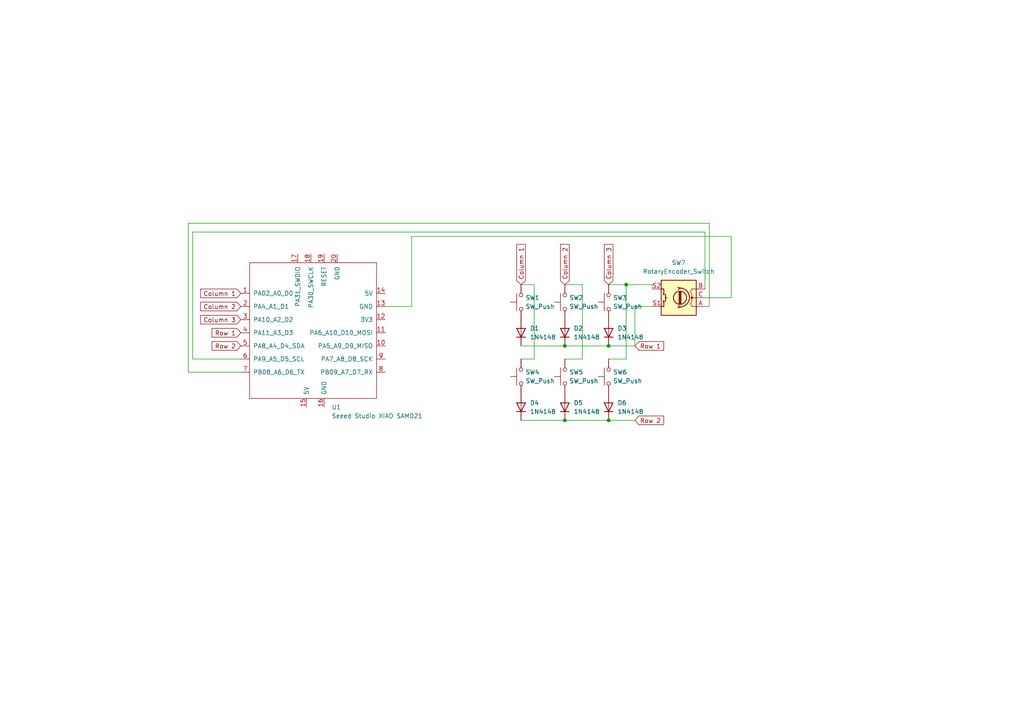
<source format=kicad_sch>
(kicad_sch (version 20231120) (generator "eeschema") (generator_version "8.0")
  (paper "A4")
  (lib_symbols
    (symbol "Device:RotaryEncoder_Switch" (pin_names (offset 0.254) hide)
      (property "Reference" "SW" (at 0 6.604 0))
      (property "Value" "RotaryEncoder_Switch" (at 0 -6.604 0))
      (symbol "RotaryEncoder_Switch_0_1"
        (rectangle (start -5.08 5.08) (end 5.08 -5.08) (stroke (width 0.254)) (fill (type background)))
        (circle (center -3.81 0) (radius 0.254) (fill (type outline)))
        (circle (center -0.381 0) (radius 1.905) (stroke (width 0.254)))
        (arc (start -0.381 2.667) (mid -3.0988 -0.0635) (end -0.381 -2.794) (stroke (width 0.254)))
        (polyline (pts (xy -0.635 -1.778) (xy -0.635 1.778)) (stroke (width 0.254)))
        (polyline (pts (xy -0.381 -1.778) (xy -0.381 1.778)) (stroke (width 0.254)))
        (polyline (pts (xy -0.127 1.778) (xy -0.127 -1.778)) (stroke (width 0.254)))
        (polyline (pts (xy 3.81 0) (xy 3.429 0)) (stroke (width 0.254)))
        (polyline (pts (xy 3.81 1.016) (xy 3.81 -1.016)) (stroke (width 0.254)))
        (polyline (pts (xy -5.08 -2.54) (xy -3.81 -2.54) (xy -3.81 -2.032)))
        (polyline (pts (xy -5.08 2.54) (xy -3.81 2.54) (xy -3.81 2.032)))
        (polyline (pts (xy 0.254 -3.048) (xy -0.508 -2.794) (xy 0.127 -2.413)) (stroke (width 0.254)))
        (polyline (pts (xy 0.254 2.921) (xy -0.508 2.667) (xy 0.127 2.286)) (stroke (width 0.254)))
        (polyline (pts (xy 5.08 -2.54) (xy 4.318 -2.54) (xy 4.318 -1.016)) (stroke (width 0.254)))
        (polyline (pts (xy 5.08 2.54) (xy 4.318 2.54) (xy 4.318 1.016)) (stroke (width 0.254)))
        (polyline (pts (xy -5.08 0) (xy -3.81 0) (xy -3.81 -1.016) (xy -3.302 -2.032)))
        (polyline (pts (xy -4.318 0) (xy -3.81 0) (xy -3.81 1.016) (xy -3.302 2.032)))
        (circle (center 4.318 -1.016) (radius 0.127) (stroke (width 0.254)))
        (circle (center 4.318 1.016) (radius 0.127) (stroke (width 0.254)))
      )
      (symbol "RotaryEncoder_Switch_1_1"
        (pin passive line (at -7.62 2.54 0) (length 2.54) (name "A") (number "A"))
        (pin passive line (at -7.62 -2.54 0) (length 2.54) (name "B") (number "B"))
        (pin passive line (at -7.62 0 0) (length 2.54) (name "C") (number "C"))
        (pin passive line (at 7.62 2.54 180) (length 2.54) (name "S1") (number "S1"))
        (pin passive line (at 7.62 -2.54 180) (length 2.54) (name "S2") (number "S2"))
      )
    )
    (symbol "Diode:1N4148" (pin_numbers hide) (pin_names hide)
      (property "Reference" "D" (at 0 2.54 0))
      (property "Value" "1N4148" (at 0 -2.54 0))
      (symbol "1N4148_0_1"
        (polyline (pts (xy -1.27 1.27) (xy -1.27 -1.27)) (stroke (width 0.254)))
        (polyline (pts (xy 1.27 0) (xy -1.27 0)))
        (polyline (pts (xy 1.27 1.27) (xy 1.27 -1.27) (xy -1.27 0) (xy 1.27 1.27)) (stroke (width 0.254)))
      )
      (symbol "1N4148_1_1"
        (pin passive line (at -3.81 0 0) (length 2.54) (name "K") (number "1"))
        (pin passive line (at 3.81 0 180) (length 2.54) (name "A") (number "2"))
      )
    )
    (symbol "Seeed_Studio_XIAO_Series:Seeed Studio XIAO SAMD21" (pin_names (offset 1.016))
      (property "Reference" "U" (at -19.05 22.86 0))
      (property "Value" "Seeed Studio XIAO SAMD21" (at -12.7 21.59 0))
      (symbol "Seeed Studio XIAO SAMD21_0_1"
        (rectangle (start -19.05 20.32) (end 17.78 -19.05))
      )
      (symbol "Seeed Studio XIAO SAMD21_1_1"
        (pin unspecified line (at -21.59 11.43 0) (length 2.54) (name "PA02_A0_D0") (number "1"))
        (pin unspecified line (at 20.32 -3.81 180) (length 2.54) (name "PA5_A9_D9_MISO") (number "10"))
        (pin unspecified line (at 20.32 0 180) (length 2.54) (name "PA6_A10_D10_MOSI") (number "11"))
        (pin unspecified line (at 20.32 3.81 180) (length 2.54) (name "3V3") (number "12"))
        (pin unspecified line (at 20.32 7.62 180) (length 2.54) (name "GND") (number "13"))
        (pin unspecified line (at 20.32 11.43 180) (length 2.54) (name "5V") (number "14"))
        (pin input line (at -2.54 -21.59 90) (length 2.54) (name "5V") (number "15"))
        (pin input line (at 2.54 -21.59 90) (length 2.54) (name "GND") (number "16"))
        (pin input line (at -5.08 22.86 270) (length 2.54) (name "PA31_SWDIO") (number "17"))
        (pin input line (at -1.27 22.86 270) (length 2.54) (name "PA30_SWCLK") (number "18"))
        (pin input line (at 2.54 22.86 270) (length 2.54) (name "RESET") (number "19"))
        (pin unspecified line (at -21.59 7.62 0) (length 2.54) (name "PA4_A1_D1") (number "2"))
        (pin input line (at 6.35 22.86 270) (length 2.54) (name "GND") (number "20"))
        (pin unspecified line (at -21.59 3.81 0) (length 2.54) (name "PA10_A2_D2") (number "3"))
        (pin unspecified line (at -21.59 0 0) (length 2.54) (name "PA11_A3_D3") (number "4"))
        (pin unspecified line (at -21.59 -3.81 0) (length 2.54) (name "PA8_A4_D4_SDA") (number "5"))
        (pin unspecified line (at -21.59 -7.62 0) (length 2.54) (name "PA9_A5_D5_SCL") (number "6"))
        (pin unspecified line (at -21.59 -11.43 0) (length 2.54) (name "PB08_A6_D6_TX") (number "7"))
        (pin unspecified line (at 20.32 -11.43 180) (length 2.54) (name "PB09_A7_D7_RX") (number "8"))
        (pin unspecified line (at 20.32 -7.62 180) (length 2.54) (name "PA7_A8_D8_SCK") (number "9"))
      )
    )
    (symbol "Switch:SW_Push" (pin_numbers hide) (pin_names (offset 1.016) hide)
      (property "Reference" "SW" (at 1.27 2.54 0))
      (property "Value" "SW_Push" (at 0 -1.524 0))
      (symbol "SW_Push_0_1"
        (circle (center -2.032 0) (radius 0.508))
        (polyline (pts (xy 0 1.27) (xy 0 3.048)))
        (polyline (pts (xy 2.54 1.27) (xy -2.54 1.27)))
        (circle (center 2.032 0) (radius 0.508))
        (pin passive line (at -5.08 0 0) (length 2.54) (name "1") (number "1"))
        (pin passive line (at 5.08 0 180) (length 2.54) (name "2") (number "2"))
      )
    )
  )
  (junction (at 163.83 121.92))
  (junction (at 163.83 100.33))
  (junction (at 176.53 121.92))
  (junction (at 176.53 100.33))
  (junction (at 181.61 82.55))
  (wire (pts (xy 151.13 121.92) (xy 163.83 121.92)))
  (wire (pts (xy 163.83 104.14) (xy 168.91 104.14)))
  (wire (pts (xy 184.15 100.33) (xy 184.15 88.9)))
  (wire (pts (xy 163.83 121.92) (xy 176.53 121.92)))
  (wire (pts (xy 55.88 104.14) (xy 69.85 104.14)))
  (wire (pts (xy 176.53 82.55) (xy 181.61 82.55)))
  (wire (pts (xy 151.13 82.55) (xy 154.94 82.55)))
  (wire (pts (xy 189.23 82.55) (xy 189.23 83.82)))
  (wire (pts (xy 163.83 100.33) (xy 176.53 100.33)))
  (wire (pts (xy 119.38 88.9) (xy 111.76 88.9)))
  (wire (pts (xy 181.61 104.14) (xy 176.53 104.14)))
  (wire (pts (xy 212.09 68.58) (xy 119.38 68.58)))
  (wire (pts (xy 54.61 64.77) (xy 54.61 107.95)))
  (wire (pts (xy 204.47 88.9) (xy 205.74 88.9)))
  (wire (pts (xy 176.53 100.33) (xy 184.15 100.33)))
  (wire (pts (xy 154.94 82.55) (xy 154.94 104.14)))
  (wire (pts (xy 204.47 67.31) (xy 55.88 67.31)))
  (wire (pts (xy 55.88 67.31) (xy 55.88 104.14)))
  (wire (pts (xy 176.53 121.92) (xy 184.15 121.92)))
  (wire (pts (xy 119.38 68.58) (xy 119.38 88.9)))
  (wire (pts (xy 212.09 86.36) (xy 212.09 68.58)))
  (wire (pts (xy 205.74 64.77) (xy 54.61 64.77)))
  (wire (pts (xy 151.13 100.33) (xy 163.83 100.33)))
  (wire (pts (xy 181.61 82.55) (xy 181.61 104.14)))
  (wire (pts (xy 204.47 86.36) (xy 212.09 86.36)))
  (wire (pts (xy 163.83 82.55) (xy 168.91 82.55)))
  (wire (pts (xy 54.61 107.95) (xy 69.85 107.95)))
  (wire (pts (xy 181.61 82.55) (xy 189.23 82.55)))
  (wire (pts (xy 204.47 83.82) (xy 204.47 67.31)))
  (wire (pts (xy 151.13 104.14) (xy 154.94 104.14)))
  (wire (pts (xy 205.74 88.9) (xy 205.74 64.77)))
  (wire (pts (xy 168.91 82.55) (xy 168.91 104.14)))
  (wire (pts (xy 184.15 88.9) (xy 189.23 88.9)))
  (global_label "Column 2" (shape input) (at 69.85 88.9 180) (property "Intersheetrefs" "${INTERSHEET_REFS}" (effects (hide yes))))
  (global_label "Column 3" (shape input) (at 69.85 92.71 180) (property "Intersheetrefs" "${INTERSHEET_REFS}" (effects (hide yes))))
  (global_label "Column 2" (shape input) (at 163.83 82.55 90) (property "Intersheetrefs" "${INTERSHEET_REFS}" (effects (hide yes))))
  (global_label "Column 1" (shape input) (at 151.13 82.55 90) (property "Intersheetrefs" "${INTERSHEET_REFS}" (effects (hide yes))))
  (global_label "Row 1" (shape input) (at 69.85 96.52 180) (property "Intersheetrefs" "${INTERSHEET_REFS}" (effects (hide yes))))
  (global_label "Column 3" (shape input) (at 176.53 82.55 90) (property "Intersheetrefs" "${INTERSHEET_REFS}" (effects (hide yes))))
  (global_label "Row 2" (shape input) (at 69.85 100.33 180) (property "Intersheetrefs" "${INTERSHEET_REFS}" (effects (hide yes))))
  (global_label "Row 1" (shape input) (at 184.15 100.33 0) (property "Intersheetrefs" "${INTERSHEET_REFS}" (effects (hide yes))))
  (global_label "Column 1" (shape input) (at 69.85 85.09 180) (property "Intersheetrefs" "${INTERSHEET_REFS}" (effects (hide yes))))
  (global_label "Row 2" (shape input) (at 184.15 121.92 0) (property "Intersheetrefs" "${INTERSHEET_REFS}" (effects (hide yes))))
  (symbol (lib_id "Switch:SW_Push") (at 176.53 109.22 90) (unit 1)
    (property "Reference" "SW6" (at 177.8 107.9499 90) (effects (justify right)))
    (property "Value" "SW_Push" (at 177.8 110.4899 90) (effects (justify right)))
    (property "Footprint" "Button_Switch_Keyboard:SW_Cherry_MX_1.00u_PCB" (effects (hide yes)))
    (property "Description" "Push button switch, generic, two pins" (effects (hide yes)))
  )
  (symbol (lib_id "Diode:1N4148") (at 176.53 96.52 90) (unit 1)
    (property "Reference" "D3" (at 179.07 95.2499 90) (effects (justify right)))
    (property "Value" "1N4148" (at 179.07 97.7899 90) (effects (justify right)))
    (property "Footprint" "Diode_THT:D_DO-35_SOD27_P7.62mm_Horizontal" (effects (hide yes)))
    (property "Datasheet" "https://assets.nexperia.com/documents/data-sheet/1N4148_1N4448.pdf" (effects (hide yes)))
    (property "Description" "100V 0.15A standard switching diode, DO-35" (effects (hide yes)))
    (property "Sim.Device" "D" (effects (hide yes)))
    (property "Sim.Pins" "1=K 2=A" (effects (hide yes)))
  )
  (symbol (lib_id "Diode:1N4148") (at 151.13 96.52 90) (unit 1)
    (property "Reference" "D1" (at 153.67 95.2499 90) (effects (justify right)))
    (property "Value" "1N4148" (at 153.67 97.7899 90) (effects (justify right)))
    (property "Footprint" "Diode_THT:D_DO-35_SOD27_P7.62mm_Horizontal" (effects (hide yes)))
    (property "Datasheet" "https://assets.nexperia.com/documents/data-sheet/1N4148_1N4448.pdf" (effects (hide yes)))
    (property "Description" "100V 0.15A standard switching diode, DO-35" (effects (hide yes)))
    (property "Sim.Device" "D" (effects (hide yes)))
    (property "Sim.Pins" "1=K 2=A" (effects (hide yes)))
  )
  (symbol (lib_id "Switch:SW_Push") (at 163.83 87.63 90) (unit 1)
    (property "Reference" "SW2" (at 165.1 86.3599 90) (effects (justify right)))
    (property "Value" "SW_Push" (at 165.1 88.8999 90) (effects (justify right)))
    (property "Footprint" "Button_Switch_Keyboard:SW_Cherry_MX_1.00u_PCB" (effects (hide yes)))
    (property "Description" "Push button switch, generic, two pins" (effects (hide yes)))
  )
  (symbol (lib_id "Switch:SW_Push") (at 176.53 87.63 90) (unit 1)
    (property "Reference" "SW3" (at 177.8 86.3599 90) (effects (justify right)))
    (property "Value" "SW_Push" (at 177.8 88.8999 90) (effects (justify right)))
    (property "Footprint" "Button_Switch_Keyboard:SW_Cherry_MX_1.00u_PCB" (effects (hide yes)))
    (property "Description" "Push button switch, generic, two pins" (effects (hide yes)))
  )
  (symbol (lib_id "Switch:SW_Push") (at 163.83 109.22 90) (unit 1)
    (property "Reference" "SW5" (at 165.1 107.9499 90) (effects (justify right)))
    (property "Value" "SW_Push" (at 165.1 110.4899 90) (effects (justify right)))
    (property "Footprint" "Button_Switch_Keyboard:SW_Cherry_MX_1.00u_PCB" (effects (hide yes)))
    (property "Description" "Push button switch, generic, two pins" (effects (hide yes)))
  )
  (symbol (lib_id "Diode:1N4148") (at 151.13 118.11 90) (unit 1)
    (property "Reference" "D4" (at 153.67 116.8399 90) (effects (justify right)))
    (property "Value" "1N4148" (at 153.67 119.3799 90) (effects (justify right)))
    (property "Footprint" "Diode_THT:D_DO-35_SOD27_P7.62mm_Horizontal" (effects (hide yes)))
    (property "Datasheet" "https://assets.nexperia.com/documents/data-sheet/1N4148_1N4448.pdf" (effects (hide yes)))
    (property "Description" "100V 0.15A standard switching diode, DO-35" (effects (hide yes)))
    (property "Sim.Device" "D" (effects (hide yes)))
    (property "Sim.Pins" "1=K 2=A" (effects (hide yes)))
  )
  (symbol (lib_id "Diode:1N4148") (at 176.53 118.11 90) (unit 1)
    (property "Reference" "D6" (at 179.07 116.8399 90) (effects (justify right)))
    (property "Value" "1N4148" (at 179.07 119.3799 90) (effects (justify right)))
    (property "Footprint" "Diode_THT:D_DO-35_SOD27_P7.62mm_Horizontal" (effects (hide yes)))
    (property "Datasheet" "https://assets.nexperia.com/documents/data-sheet/1N4148_1N4448.pdf" (effects (hide yes)))
    (property "Description" "100V 0.15A standard switching diode, DO-35" (effects (hide yes)))
    (property "Sim.Device" "D" (effects (hide yes)))
    (property "Sim.Pins" "1=K 2=A" (effects (hide yes)))
  )
  (symbol (lib_id "Diode:1N4148") (at 163.83 96.52 90) (unit 1)
    (property "Reference" "D2" (at 166.37 95.2499 90) (effects (justify right)))
    (property "Value" "1N4148" (at 166.37 97.7899 90) (effects (justify right)))
    (property "Footprint" "Diode_THT:D_DO-35_SOD27_P7.62mm_Horizontal" (effects (hide yes)))
    (property "Datasheet" "https://assets.nexperia.com/documents/data-sheet/1N4148_1N4448.pdf" (effects (hide yes)))
    (property "Description" "100V 0.15A standard switching diode, DO-35" (effects (hide yes)))
    (property "Sim.Device" "D" (effects (hide yes)))
    (property "Sim.Pins" "1=K 2=A" (effects (hide yes)))
  )
  (symbol (lib_id "Switch:SW_Push") (at 151.13 109.22 90) (unit 1)
    (property "Reference" "SW4" (at 152.4 107.9499 90) (effects (justify right)))
    (property "Value" "SW_Push" (at 152.4 110.4899 90) (effects (justify right)))
    (property "Footprint" "Button_Switch_Keyboard:SW_Cherry_MX_1.00u_PCB" (effects (hide yes)))
    (property "Description" "Push button switch, generic, two pins" (effects (hide yes)))
  )
  (symbol (lib_id "Diode:1N4148") (at 163.83 118.11 90) (unit 1)
    (property "Reference" "D5" (at 166.37 116.8399 90) (effects (justify right)))
    (property "Value" "1N4148" (at 166.37 119.3799 90) (effects (justify right)))
    (property "Footprint" "Diode_THT:D_DO-35_SOD27_P7.62mm_Horizontal" (effects (hide yes)))
    (property "Datasheet" "https://assets.nexperia.com/documents/data-sheet/1N4148_1N4448.pdf" (effects (hide yes)))
    (property "Description" "100V 0.15A standard switching diode, DO-35" (effects (hide yes)))
    (property "Sim.Device" "D" (effects (hide yes)))
    (property "Sim.Pins" "1=K 2=A" (effects (hide yes)))
  )
  (symbol (lib_id "Switch:SW_Push") (at 151.13 87.63 90) (unit 1)
    (property "Reference" "SW1" (at 152.4 86.3599 90) (effects (justify right)))
    (property "Value" "SW_Push" (at 152.4 88.8999 90) (effects (justify right)))
    (property "Footprint" "Button_Switch_Keyboard:SW_Cherry_MX_1.00u_PCB" (effects (hide yes)))
    (property "Description" "Push button switch, generic, two pins" (effects (hide yes)))
  )
  (symbol (lib_id "Seeed_Studio_XIAO_Series:Seeed Studio XIAO SAMD21") (at 91.44 96.52 0) (unit 1)
    (property "Reference" "U1" (at 96.1741 118.11 0) (effects (justify left)))
    (property "Value" "Seeed Studio XIAO SAMD21" (at 96.1741 120.65 0) (effects (justify left)))
    (property "Footprint" "Seeed Studio XIAO Series Library:XIAO-Generic-Thruhole-14P-2.54-21X17.8MM" (effects (hide yes)))
  )
  (symbol (lib_id "Device:RotaryEncoder_Switch") (at 196.85 86.36 180) (unit 1)
    (property "Reference" "SW7" (at 196.85 76.2 0))
    (property "Value" "RotaryEncoder_Switch" (at 196.85 78.74 0))
    (property "Footprint" "Rotary_Encoder:Bourns-PEC11R-4220F-S0024-0-0-0" (effects (hide yes)))
    (property "Description" "Rotary encoder, dual channel, incremental quadrate outputs, with switch" (effects (hide yes)))
  )
)
</source>
